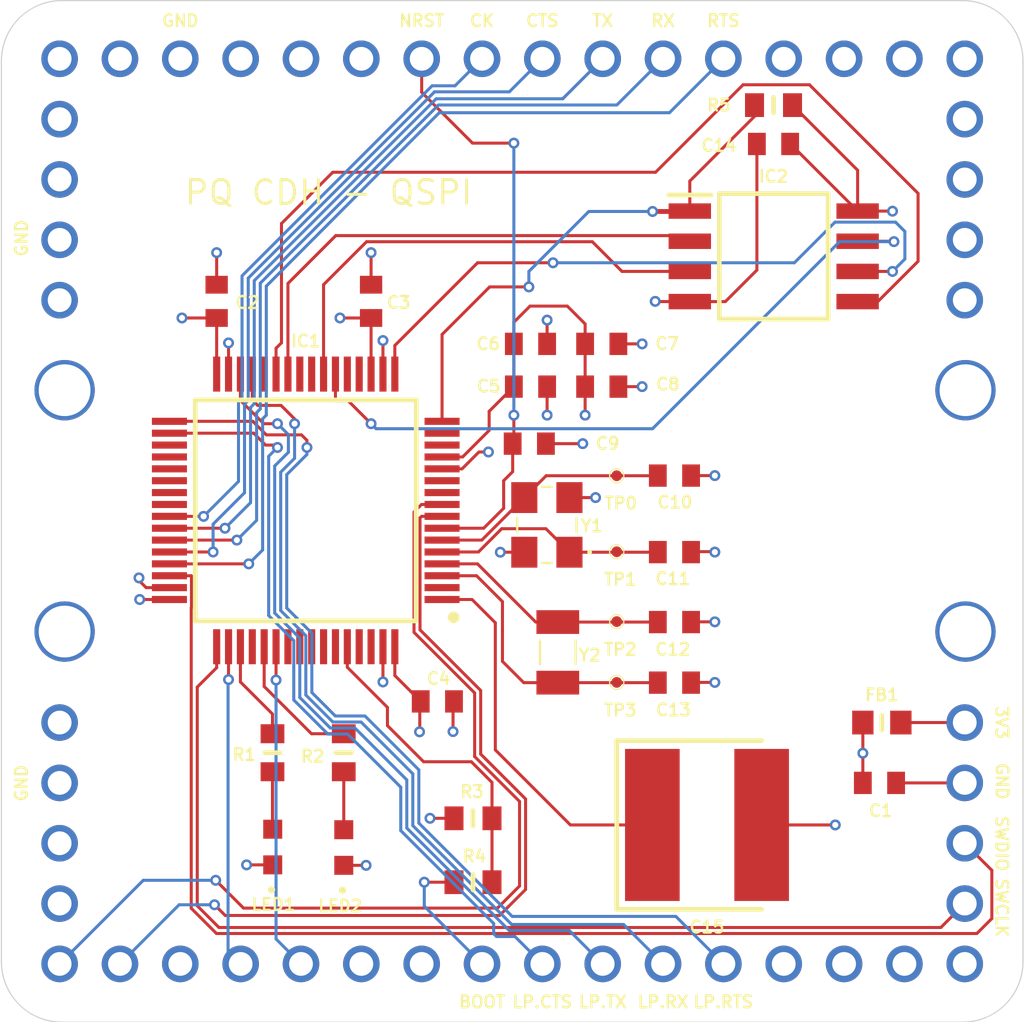
<source format=kicad_pcb>
(kicad_pcb (version 20211014) (generator pcbnew)
  (title_block (title "PQ CDH PCB Design") (rev "V0.2.0") (company "Carnegie Mellon University -- Alok Anand") (comment 1 "Pocketqube Command and Data Handling Board"))
  (layers (0 "F.Cu" signal) (1 "In1.Cu" power) (2 "In2.Cu" power) (31 "B.Cu" signal) (34 "B.Paste" user) (35 "F.Paste" user) (36 "B.SilkS" user "B.Silkscreen") (37 "F.SilkS" user "F.Silkscreen") (38 "B.Mask" user) (39 "F.Mask" user) (44 "Edge.Cuts" user))
  (net 0 "")
  (net 3 "GND")
  (net 5 "/SWCLK")
  (net 6 "/SWDIO")
  (net 7 "VDD")
  (net 10 "/USART1_RTS")
  (net 11 "/USART1_RX")
  (net 12 "/USART1_TX")
  (net 13 "/USART1_CTS")
  (net 14 "/USART1_CK")
  (net 15 "/NRST")
  (net 20 "/LPUART_RX")
  (net 21 "/LPUART_TX")
  (net 22 "/BOOT0")
  (net 25 "/QSPI_NSS")
  (net 27 "/IO1_WP")
  (net 28 "/QSPI_I03")
  (net 29 "/QSPI_I02")
  (net 30 "/VDD_FILT")
  (net 31 "/LED1")
  (net 32 "/LED2")
  (net 33 "Net-(IC1-Pad60)")
  (net 34 "/VBAT")
  (net 36 "/IO2_HR")
  (net 40 "/QSPI_I01")
  (net 42 "Net-(LED1-Pad2)")
  (net 44 "/SCL3")
  (net 46 "/SDA3")
  (net 47 "/LPUART_RTS")
  (net 48 "Net-(LED2-Pad2)")
  (net 49 "Net-(C13-Pad1)")
  (net 50 "Net-(C12-Pad1)")
  (net 51 "Net-(C11-Pad1)")
  (net 52 "Net-(C10-Pad1)")
  (net 53 "/QSPI_I00")
  (net 68 "/LPUART_CTS")
  (net 70 "/IO3")
  (net 71 "/IO4")
  (net 74 "/AIN16")
  (net 86 "/QSPI_CLK")
  (footprint "pq-cdh:TartanArtibeus_PinSocket_1x4" (layer "F.Cu") (at 174.05 120.7 180)
    (fp_text reference "J1" hide)
    (fp_text value "Conn_01x04")
  )
  (footprint "pq-cdh:RESC1608X55N" (layer "F.Cu") (at 166 90.9 180)
    (fp_text reference "" hide)
    (fp_text value "MCT06030C1002FP500" hide)
  )
  (footprint "pq-cdh:TartanArtibeus_PinSocket_1x16" (layer "F.Cu") (at 155 88.95)
    (fp_text reference "J5" hide)
    (fp_text value "Conn_01x16")
  )
  (footprint "pq-cdh:CAPC1608X90N" (layer "F.Cu") (at 142.56 99.16 90)
    (fp_text reference "C2" hide)
    (fp_text value "0603ZC104JAT2A" hide)
  )
  (footprint "pq-cdh:BEADC1608X95N" (layer "F.Cu") (at 170.56 116.89 180)
    (fp_text reference "FB1" hide)
    (fp_text value "MMZ1608S601ATD25" hide)
  )
  (footprint "pq-cdh:TartanArtibeus_2021_MountingHoles" (layer "F.Cu") (at 155.12 107.98 180)
    (fp_text reference "J6" hide)
    (fp_text value "Conn_01x04")
  )
  (footprint "pq-cdh:TestPoint_Pad_D1.0mm" (layer "F.Cu") (at 159.4 112.64)
    (fp_text reference "TP" hide)
    (fp_text value "TP2")
  )
  (footprint "pq-cdh:CAPC1608X90N" (layer "F.Cu") (at 161.83 106.495)
    (fp_text reference "C10" hide)
    (fp_text value "0603ZA220JAT2A" hide)
  )
  (footprint "pq-cdh:QFP50P1200X1200X160-64N" (layer "F.Cu") (at 146.31 107.96 180)
    (fp_text reference "IC1" hide)
    (fp_text value "STM32L496RGT3" hide)
  )
  (footprint "pq-cdh:CAPC1608X90N" (layer "F.Cu") (at 161.83 109.715)
    (fp_text reference "C11" hide)
    (fp_text value "0603ZA220JAT2A" hide)
  )
  (footprint "pq-cdh:TartanArtibeus_PinSocket_1x4" (layer "F.Cu") (at 135.95 120.7 180)
    (fp_text reference "J8" hide)
    (fp_text value "Conn_01x04")
  )
  (footprint "pq-cdh:RESC1608X55N" (layer "F.Cu") (at 147.91 118.16 -90)
    (fp_text reference "R2" hide)
    (fp_text value "MCT06030C1001FP500" hide)
  )
  (footprint "pq-cdh:CAPC1608X90N" (layer "F.Cu") (at 149.06 99.16 90)
    (fp_text reference "C3" hide)
    (fp_text value "0603ZC104JAT2A" hide)
  )
  (footprint "pq-cdh:ABS07AIG32768kHz71T" (layer "F.Cu") (at 156.92 113.935 90)
    (fp_text reference "Y2" hide)
    (fp_text value "ABS07AIG-32.768kHz-T" hide)
  )
  (footprint "pq-cdh:TestPoint_Pad_D1.0mm" (layer "F.Cu") (at 159.4 109.7)
    (fp_text reference "TP" hide)
    (fp_text value "TP1")
  )
  (footprint "pq-cdh:TartanArtibeus_PinSocket_1x4" (layer "F.Cu") (at 135.95 95.3 180)
    (fp_text reference "J4" hide)
    (fp_text value "Conn_01x04")
  )
  (footprint "pq-cdh:TestPoint_Pad_D1.0mm" (layer "F.Cu") (at 159.4 106.5)
    (fp_text reference "TP" hide)
    (fp_text value "TP0")
  )
  (footprint "pq-cdh:CAPC1608X90N" (layer "F.Cu") (at 161.83 112.66)
    (fp_text reference "C12" hide)
    (fp_text value "0603ZA220JAT2A" hide)
  )
  (footprint "pq-cdh:TartanArtibeus_PinSocket_1x16" (layer "F.Cu") (at 155 127.05)
    (fp_text reference "J2" hide)
    (fp_text value "Conn_01x16")
  )
  (footprint "pq-cdh:TestPoint_Pad_D1.0mm" (layer "F.Cu") (at 159.4 115.2)
    (fp_text reference "TP" hide)
    (fp_text value "TP3")
  )
  (footprint "pq-cdh:LGQ396PS35" (layer "F.Cu") (at 144.92 122.13 90)
    (fp_text reference "LED1" hide)
    (fp_text value "LG_Q396-PS-35" hide)
  )
  (footprint "pq-cdh:RESC1608X55N" (layer "F.Cu") (at 153.35 120.92 180)
    (fp_text reference "R3" hide)
    (fp_text value "MCT06030C1002FP500" hide)
  )
  (footprint "pq-cdh:CAPC1608X50N" (layer "F.Cu") (at 158.77 102.75)
    (fp_text reference "C8" hide)
    (fp_text value "GRM1857U1A103JA44D" hide)
  )
  (footprint "pq-cdh:CAPC1608X90N" (layer "F.Cu") (at 155.77 102.75)
    (fp_text reference "C5" hide)
    (fp_text value "0603ZC105JAT2A" hide)
  )
  (footprint "pq-cdh:SOIC127P790X216-8N" (layer "F.Cu") (at 166.0085 97.265)
    (fp_text reference "IC2" hide)
    (fp_text value "IS25LP128F-JBLA3" hide)
  )
  (footprint "pq-cdh:ABM8AIG25000MHZ122ZT3" (layer "F.Cu") (at 156.46 108.57 90)
    (fp_text reference "Y1" hide)
    (fp_text value "ABM8AIG-16.000MHZ-12-2Z-T" hide)
  )
  (footprint "pq-cdh:CAPC1608X90N" (layer "F.Cu") (at 158.77 100.95)
    (fp_text reference "C7" hide)
    (fp_text value "0603ZC104JAT2A" hide)
  )
  (footprint "pq-cdh:CAPC1608X90N" (layer "F.Cu") (at 170.46 119.43)
    (fp_text reference "C1" hide)
    (fp_text value "GRM188C71A475KE21D" hide)
  )
  (footprint "pq-cdh:CAPC1608X90N" (layer "F.Cu") (at 155.77 100.95)
    (fp_text reference "C6" hide)
    (fp_text value "0603ZC105JAT2A" hide)
  )
  (footprint "pq-cdh:TartanArtibeus_PinSocket_1x4" (layer "F.Cu") (at 174.05 95.3)
    (fp_text reference "J3" hide)
    (fp_text value "Conn_01x04")
  )
  (footprint "pq-cdh:RESC1608X55N" (layer "F.Cu") (at 144.91 118.16 -90)
    (fp_text reference "R1" hide)
    (fp_text value "MCT06030C1001FP500" hide)
  )
  (footprint "pq-cdh:RESC1608X55N" (layer "F.Cu") (at 153.35 123.61)
    (fp_text reference "R4" hide)
    (fp_text value "MCT06030C1001FP500" hide)
  )
  (footprint "pq-cdh:CAPC1608X90N" (layer "F.Cu") (at 161.83 115.21)
    (fp_text reference "C13" hide)
    (fp_text value "0603ZA220JAT2A" hide)
  )
  (footprint "pq-cdh:CAPC1608X90N" (layer "F.Cu") (at 151.85 116)
    (fp_text reference "C4" hide)
    (fp_text value "0603ZC104JAT2A" hide)
  )
  (footprint "pq-cdh:CAPC1608X90N" (layer "F.Cu") (at 155.72 105.15)
    (fp_text reference "C9" hide)
    (fp_text value "0603ZC104JAT2A" hide)
  )
  (footprint "pq-cdh:LGQ396PS35" (layer "F.Cu") (at 147.91 122.15 90)
    (fp_text reference "LED2" hide)
    (fp_text value "LG_Q396-PS-35" hide)
  )
  (footprint "pq-cdh:CAPC1608X90N" (layer "F.Cu") (at 166 92.535 180)
    (fp_text reference "" hide)
    (fp_text value "0603ZC104JAT2A" hide)
  )
  (footprint "pq-cdh:CAPPC5660X400N" (layer "F.Cu") (at 163.2 121.2)
    (fp_text reference "C15" hide)
    (fp_text value "597D158X9004R2T" hide)
  )
  (gr_circle (center 136 113.1) (end 136 113.1) (layer "B.Cu") (width 0.2) (fill none))
  (gr_circle (center 136 113.1) (end 136 113.1) (layer "B.Cu") (width 0.2) (fill none))
  (gr_line (start 136.04 129.5) (end 173.96 129.5) (layer "Edge.Cuts") (width 0.05))
  (gr_line (start 136.04 86.5) (end 173.96 86.5) (layer "Edge.Cuts") (width 0.05))
  (gr_arc (start 136.04 129.5) (mid 134.243949 128.756051) (end 133.5 126.96) (layer "Edge.Cuts") (width 0.05))
  (gr_arc (start 133.5 89.04) (mid 134.243949 87.243949) (end 136.04 86.5) (layer "Edge.Cuts") (width 0.05))
  (gr_arc (start 176.5 126.96) (mid 175.756051 128.756051) (end 173.96 129.5) (layer "Edge.Cuts") (width 0.05))
  (gr_arc (start 173.96 86.5) (mid 175.756051 87.243949) (end 176.5 89.04) (layer "Edge.Cuts") (width 0.05))
  (gr_line (start 176.5 89.04) (end 176.5 126.96) (layer "Edge.Cuts") (width 0.05))
  (gr_line (start 133.5 126.96) (end 133.5 89.04) (layer "Edge.Cuts") (width 0.05))
  (gr_text "BOOT" (at 153.73 128.65) (layer "F.SilkS") (effects (font (size 0.5 0.5) (thickness 0.1))))
  (gr_text "GND" (at 141.03 87.35) (layer "F.SilkS") (effects (font (size 0.5 0.5) (thickness 0.1))))
  (gr_text "LED1" (at 144.95 124.55) (layer "F.SilkS") (effects (font (size 0.5 0.5) (thickness 0.1))))
  (gr_text "3V3" (at 175.61 116.89 270) (layer "F.SilkS") (effects (font (size 0.5 0.5) (thickness 0.1))))
  (gr_text "C15" (at 163.2 125.5) (layer "F.SilkS") (effects (font (size 0.5 0.5) (thickness 0.1))))
  (gr_text "Y2" (at 158.26 114.055) (layer "F.SilkS") (effects (font (size 0.5 0.5) (thickness 0.1))))
  (gr_text "R5" (at 163.7 90.9) (layer "F.SilkS") (effects (font (size 0.5 0.5) (thickness 0.1))))
  (gr_text "LP.TX" (at 158.81 128.65) (layer "F.SilkS") (effects (font (size 0.5 0.5) (thickness 0.1))))
  (gr_text "GND" (at 134.34 119.44 90) (layer "F.SilkS") (effects (font (size 0.5 0.5) (thickness 0.1))))
  (gr_text "RTS" (at 163.89 87.35) (layer "F.SilkS") (effects (font (size 0.5 0.5) (thickness 0.1))))
  (gr_text "LP.RX" (at 161.35 128.65) (layer "F.SilkS") (effects (font (size 0.5 0.5) (thickness 0.1))))
  (gr_text "FB1" (at 170.56 115.73) (layer "F.SilkS") (effects (font (size 0.5 0.5) (thickness 0.1))))
  (gr_text "C1" (at 170.51 120.6) (layer "F.SilkS") (effects (font (size 0.5 0.5) (thickness 0.1))))
  (gr_text "C6" (at 153.99 100.95) (layer "F.SilkS") (effects (font (size 0.5 0.5) (thickness 0.1))))
  (gr_text "LP.CTS" (at 156.27 128.65) (layer "F.SilkS") (effects (font (size 0.5 0.5) (thickness 0.1))))
  (gr_text "R2" (at 146.6 118.31) (layer "F.SilkS") (effects (font (size 0.5 0.5) (thickness 0.1))))
  (gr_text "LP.RTS" (at 163.89 128.65) (layer "F.SilkS") (effects (font (size 0.5 0.5) (thickness 0.1))))
  (gr_text "R4\n" (at 153.41 122.52) (layer "F.SilkS") (effects (font (size 0.5 0.5) (thickness 0.1))))
  (gr_text "R1" (at 143.72 118.24) (layer "F.SilkS") (effects (font (size 0.5 0.5) (thickness 0.1))))
  (gr_text "C5" (at 154.01 102.73) (layer "F.SilkS") (effects (font (size 0.5 0.5) (thickness 0.1))))
  (gr_text "TP1" (at 159.55 110.86) (layer "F.SilkS") (effects (font (size 0.5 0.5) (thickness 0.1))))
  (gr_text "IC1" (at 146.31 100.83) (layer "F.SilkS") (effects (font (size 0.5 0.5) (thickness 0.1))))
  (gr_text "PQ CDH - QSPI\n" (at 147.27 94.58) (layer "F.SilkS") (effects (font (size 1 1))))
  (gr_text "CK" (at 153.73 87.35) (layer "F.SilkS") (effects (font (size 0.5 0.5) (thickness 0.1))))
  (gr_text "C3" (at 150.22 99.21) (layer "F.SilkS") (effects (font (size 0.5 0.5) (thickness 0.1))))
  (gr_text "NRST" (at 151.19 87.35) (layer "F.SilkS") (effects (font (size 0.5 0.5) (thickness 0.1))))
  (gr_text "IC2" (at 166 93.9) (layer "F.SilkS") (effects (font (size 0.5 0.5) (thickness 0.1))))
  (gr_text "C13" (at 161.79 116.36) (layer "F.SilkS") (effects (font (size 0.5 0.5) (thickness 0.1))))
  (gr_text "TP2" (at 159.55 113.81) (layer "F.SilkS") (effects (font (size 0.5 0.5) (thickness 0.1))))
  (gr_text "C11" (at 161.76 110.835) (layer "F.SilkS") (effects (font (size 0.5 0.5) (thickness 0.1))))
  (gr_text "TP3" (at 159.55 116.37) (layer "F.SilkS") (effects (font (size 0.5 0.5) (thickness 0.1))))
  (gr_text "CTS" (at 156.27 87.35) (layer "F.SilkS") (effects (font (size 0.5 0.5) (thickness 0.1))))
  (gr_text "TX" (at 158.81 87.35) (layer "F.SilkS") (effects (font (size 0.5 0.5) (thickness 0.1))))
  (gr_text "SWDIO" (at 175.61 121.98 270) (layer "F.SilkS") (effects (font (size 0.5 0.5) (thickness 0.1))))
  (gr_text "SWCLK" (at 175.61 124.69 270) (layer "F.SilkS") (effects (font (size 0.5 0.5) (thickness 0.1))))
  (gr_text "C7" (at 161.52 100.94) (layer "F.SilkS") (effects (font (size 0.5 0.5) (thickness 0.1))))
  (gr_text "GND" (at 175.62 119.36 270) (layer "F.SilkS") (effects (font (size 0.5 0.5) (thickness 0.1))))
  (gr_text "GND" (at 134.35 96.5 90) (layer "F.SilkS") (effects (font (size 0.5 0.5) (thickness 0.1))))
  (gr_text "C8" (at 161.55 102.65) (layer "F.SilkS") (effects (font (size 0.5 0.5) (thickness 0.1))))
  (gr_text "R3" (at 153.31 119.8) (layer "F.SilkS") (effects (font (size 0.5 0.5) (thickness 0.1))))
  (gr_text "C2" (at 143.85 99.21) (layer "F.SilkS") (effects (font (size 0.5 0.5) (thickness 0.1))))
  (gr_text "TP0" (at 159.57 107.66) (layer "F.SilkS") (effects (font (size 0.5 0.5) (thickness 0.1))))
  (gr_text "C10" (at 161.85 107.615) (layer "F.SilkS") (effects (font (size 0.5 0.5) (thickness 0.1))))
  (gr_text "LED2" (at 147.76 124.61) (layer "F.SilkS") (effects (font (size 0.5 0.5) (thickness 0.1))))
  (gr_text "C14" (at 163.7 92.6) (layer "F.SilkS") (effects (font (size 0.5 0.5) (thickness 0.1))))
  (gr_text "C4" (at 151.9 115.04) (layer "F.SilkS") (effects (font (size 0.5 0.5) (thickness 0.1))))
  (gr_text "Y1" (at 158.35 108.61) (layer "F.SilkS") (effects (font (size 0.5 0.5) (thickness 0.1))))
  (gr_text "C12" (at 161.76 113.805) (layer "F.SilkS") (effects (font (size 0.5 0.5) (thickness 0.1))))
  (gr_text "RX" (at 161.35 87.35) (layer "F.SilkS") (effects (font (size 0.5 0.5) (thickness 0.1))))
  (gr_text "C9" (at 159.02 105.14) (layer "F.SilkS") (effects (font (size 0.5 0.5) (thickness 0.1))))
  (segment (start 139.29 110.91) (end 139.59 111.21) (width 0.127) (layer "F.Cu") (net 3))
  (segment (start 139.59 111.21) (end 140.572 111.21) (width 0.127) (layer "F.Cu") (net 3))
  (segment (start 152.89 106.21) (end 152.048 106.21) (width 0.127) (layer "F.Cu") (net 3))
  (segment (start 149.56 113.698) (end 149.56 115.18) (width 0.127) (layer "F.Cu") (net 3))
  (segment (start 161.0135 99.17) (end 162.4765 99.17) (width 0.127) (layer "F.Cu") (net 3))
  (segment (start 143.82 122.88) (end 144.92 122.88) (width 0.127) (layer "F.Cu") (net 3))
  (segment (start 163.48 109.695) (end 163.53 109.745) (width 0.127) (layer "F.Cu") (net 3))
  (segment (start 165.3 97.844) (end 165.3 92.535) (width 0.127) (layer "F.Cu") (net 3))
  (segment (start 162.53 112.65) (end 163.53 112.65) (width 0.127) (layer "F.Cu") (net 3))
  (segment (start 155.51 109.72) (end 154.5 109.72) (width 0.127) (layer "F.Cu") (net 3))
  (segment (start 152.55 120.92) (end 151.54 120.92) (width 0.127) (layer "F.Cu") (net 3))
  (segment (start 143.06 100.91) (end 143.06 102.222) (width 0.127) (layer "F.Cu") (net 3))
  (segment (start 162.53 109.695) (end 163.48 109.695) (width 0.127) (layer "F.Cu") (net 3))
  (segment (start 165.5 121.2) (end 168.6 121.2) (width 0.127) (layer "F.Cu") (net 3))
  (segment (start 162.53 106.495) (end 163.53 106.495) (width 0.127) (layer "F.Cu") (net 3))
  (segment (start 147.83 122.9) (end 148.85 122.9) (width 0.127) (layer "F.Cu") (net 3))
  (segment (start 162.4765 99.17) (end 163.974 99.17) (width 0.127) (layer "F.Cu") (net 3))
  (segment (start 156.47 100.95) (end 156.47 99.95) (width 0.127) (layer "F.Cu") (net 3))
  (segment (start 156.42 105.15) (end 157.97 105.15) (width 0.127) (layer "F.Cu") (net 3))
  (segment (start 162.53 115.2) (end 163.53 115.2) (width 0.127) (layer "F.Cu") (net 3))
  (segment (start 163.974 99.17) (end 165.3 97.844) (width 0.127) (layer "F.Cu") (net 3))
  (segment (start 142.56 97.11) (end 142.56 98.46) (width 0.127) (layer "F.Cu") (net 3))
  (segment (start 157.41 107.42) (end 158.51 107.42) (width 0.127) (layer "F.Cu") (net 3))
  (segment (start 149.56 100.81) (end 149.56 102.222) (width 0.127) (layer "F.Cu") (net 3))
  (segment (start 154 105.5) (end 153.6 105.5) (width 0.127) (layer "F.Cu") (net 3))
  (segment (start 152.55 116) (end 152.51 116.04) (width 0.127) (layer "F.Cu") (net 3))
  (segment (start 160.47 102.75) (end 159.47 102.75) (width 0.127) (layer "F.Cu") (net 3))
  (segment (start 156.47 102.75) (end 156.47 103.95) (width 0.127) (layer "F.Cu") (net 3))
  (segment (start 152.51 116.04) (end 152.51 117.27) (width 0.127) (layer "F.Cu") (net 3))
  (segment (start 153.6 105.5) (end 152.89 106.21) (width 0.127) (layer "F.Cu") (net 3))
  (segment (start 159.47 100.95) (end 160.47 100.95) (width 0.127) (layer "F.Cu") (net 3))
  (segment (start 149.06 98.46) (end 149.06 97.11) (width 0.127) (layer "F.Cu") (net 3))
  (segment (start 174.05 119.43) (end 171.16 119.43) (width 0.127) (layer "F.Cu") (net 3))
  (via (at 161.02 99.16) (size 0.4572) (drill 0.254) (layers "F.Cu" "B.Cu") (net 3))
  (via (at 160.47 102.75) (size 0.4572) (drill 0.254) (layers "F.Cu" "B.Cu") (net 3))
  (via (at 149.56 100.81) (size 0.4572) (drill 0.254) (layers "F.Cu" "B.Cu") (net 3))
  (via (at 154 105.5) (size 0.4572) (drill 0.254) (layers "F.Cu" "B.Cu") (net 3))
  (via (at 149.06 97.11) (size 0.4572) (drill 0.254) (layers "F.Cu" "B.Cu") (net 3))
  (via (at 139.29 110.8) (size 0.4572) (drill 0.254) (layers "F.Cu" "B.Cu") (net 3))
  (via (at 156.47 103.95) (size 0.4572) (drill 0.254) (layers "F.Cu" "B.Cu") (net 3))
  (via (at 163.53 115.2) (size 0.4572) (drill 0.254) (layers "F.Cu" "B.Cu") (net 3))
  (via (at 154.5 109.72) (size 0.4572) (drill 0.254) (layers "F.Cu" "B.Cu") (net 3))
  (via (at 168.6 121.2) (size 0.4572) (drill 0.254) (layers "F.Cu" "B.Cu") (net 3))
  (via (at 158.51 107.42) (size 0.4572) (drill 0.254) (layers "F.Cu" "B.Cu") (net 3))
  (via (at 163.53 106.495) (size 0.4572) (drill 0.254) (layers "F.Cu" "B.Cu") (net 3))
  (via (at 143.06 100.91) (size 0.4572) (drill 0.254) (layers "F.Cu" "B.Cu") (net 3))
  (via (at 149.56 115.18) (size 0.4572) (drill 0.254) (layers "F.Cu" "B.Cu") (net 3))
  (via (at 163.53 109.715) (size 0.4572) (drill 0.254) (layers "F.Cu" "B.Cu") (net 3))
  (via (at 157.97 105.15) (size 0.4572) (drill 0.254) (layers "F.Cu" "B.Cu") (net 3))
  (via (at 148.85 122.9) (size 0.4572) (drill 0.254) (layers "F.Cu" "B.Cu") (net 3))
  (via (at 160.47 100.95) (size 0.4572) (drill 0.254) (layers "F.Cu" "B.Cu") (net 3))
  (via (at 151.54 120.92) (size 0.4572) (drill 0.254) (layers "F.Cu" "B.Cu") (net 3))
  (via (at 152.51 117.27) (size 0.4572) (drill 0.254) (layers "F.Cu" "B.Cu") (net 3))
  (via (at 143.82 122.88) (size 0.4572) (drill 0.254) (layers "F.Cu" "B.Cu") (net 3))
  (via (at 156.47 99.95) (size 0.4572) (drill 0.254) (layers "F.Cu" "B.Cu") (net 3))
  (via (at 163.53 112.65) (size 0.4572) (drill 0.254) (layers "F.Cu" "B.Cu") (net 3))
  (via (at 142.56 97.11) (size 0.4572) (drill 0.254) (layers "F.Cu" "B.Cu") (net 3))
  (segment (start 141.74352 124.60352) (end 142.65648 125.51648) (width 0.127) (layer "F.Cu") (net 5))
  (segment (start 173.04352 125.51648) (end 174.05 124.51) (width 0.127) (layer "F.Cu") (net 5))
  (segment (start 141.74352 115.39648) (end 141.74352 124.60352) (width 0.127) (layer "F.Cu") (net 5))
  (segment (start 142.56 114.58) (end 141.74352 115.39648) (width 0.127) (layer "F.Cu") (net 5))
  (segment (start 142.56 113.698) (end 142.56 114.58) (width 0.127) (layer "F.Cu") (net 5))
  (segment (start 142.65648 125.51648) (end 173.04352 125.51648) (width 0.127) (layer "F.Cu") (net 5))
  (segment (start 142.551468 125.77) (end 141.49 124.708531) (width 0.127) (layer "F.Cu") (net 6))
  (segment (start 141.49 124.708531) (end 141.49 112.059522) (width 0.127) (layer "F.Cu") (net 6))
  (segment (start 175.19 125.14) (end 174.56 125.77) (width 0.127) (layer "F.Cu") (net 6))
  (segment (start 141.49 110.71) (end 140.572 110.71) (width 0.127) (layer "F.Cu") (net 6))
  (segment (start 141.499511 110.719511) (end 141.49 110.71) (width 0.127) (layer "F.Cu") (net 6))
  (segment (start 174.56 125.77) (end 142.551468 125.77) (width 0.127) (layer "F.Cu") (net 6))
  (segment (start 175.19 123.11) (end 175.19 125.14) (width 0.127) (layer "F.Cu") (net 6))
  (segment (start 174.05 121.97) (end 175.19 123.11) (width 0.127) (layer "F.Cu") (net 6))
  (segment (start 141.499511 112.050011) (end 141.499511 110.719511) (width 0.127) (layer "F.Cu") (net 6))
  (segment (start 141.49 112.059522) (end 141.499511 112.050011) (width 0.127) (layer "F.Cu") (net 6))
  (segment (start 174.05 116.89) (end 171.36 116.89) (width 0.127) (layer "F.Cu") (net 7))
  (segment (start 140.572 110.21) (end 143.91 110.21) (width 0.127) (layer "F.Cu") (net 10))
  (via (at 143.91 110.21) (size 0.4572) (drill 0.254) (layers "F.Cu" "B.Cu") (net 10))
  (segment (start 163.89 88.95) (end 161.62056 91.21944) (width 0.127) (layer "B.Cu") (net 10))
  (segment (start 144.649772 103.950228) (end 144.495141 104.104859) (width 0.127) (layer "B.Cu") (net 10))
  (segment (start 151.080297 92.070297) (end 144.649772 98.519772) (width 0.127) (layer "B.Cu") (net 10))
  (segment (start 151.931154 91.21944) (end 161.62056 91.21944) (width 0.127) (layer "B.Cu") (net 10))
  (segment (start 144.495141 109.624859) (end 143.91 110.21) (width 0.127) (layer "B.Cu") (net 10))
  (segment (start 144.649772 98.519772) (end 144.649772 103.950228) (width 0.127) (layer "B.Cu") (net 10))
  (segment (start 151.080297 92.070297) (end 151.931154 91.21944) (width 0.127) (layer "B.Cu") (net 10))
  (segment (start 144.495141 104.104859) (end 144.495141 109.624859) (width 0.127) (layer "B.Cu") (net 10))
  (segment (start 140.572 109.21) (end 143.41 109.21) (width 0.127) (layer "F.Cu") (net 11))
  (via (at 143.41 109.21) (size 0.4572) (drill 0.254) (layers "F.Cu" "B.Cu") (net 11))
  (segment (start 151.895506 90.895) (end 159.405 90.895) (width 0.127) (layer "B.Cu") (net 11))
  (segment (start 144.396199 98.394307) (end 151.895506 90.895) (width 0.127) (layer "B.Cu") (net 11))
  (segment (start 143.41 109.21) (end 144.241621 108.378379) (width 0.127) (layer "B.Cu") (net 11))
  (segment (start 144.241621 108.378379) (end 144.241621 103.844631) (width 0.127) (layer "B.Cu") (net 11))
  (segment (start 161.35 88.95) (end 159.405 90.895) (width 0.127) (layer "B.Cu") (net 11))
  (segment (start 144.241621 103.844631) (end 144.396199 103.690053) (width 0.127) (layer "B.Cu") (net 11))
  (segment (start 144.396199 103.690053) (end 144.396199 98.394307) (width 0.127) (layer "B.Cu") (net 11))
  (segment (start 140.572 108.71) (end 142.91 108.71) (width 0.127) (layer "F.Cu") (net 12))
  (via (at 142.91 108.71) (size 0.4572) (drill 0.254) (layers "F.Cu" "B.Cu") (net 12))
  (segment (start 143.987121 104.817121) (end 143.987121 107.632879) (width 0.127) (layer "B.Cu") (net 12))
  (segment (start 143.986631 103.626048) (end 143.986631 104.816631) (width 0.127) (layer "B.Cu") (net 12))
  (segment (start 158.81 88.95) (end 157.126543 90.633457) (width 0.127) (layer "B.Cu") (net 12))
  (segment (start 143.986631 104.816631) (end 143.987121 104.817121) (width 0.127) (layer "B.Cu") (net 12))
  (segment (start 144.142679 103.47) (end 143.986631 103.626048) (width 0.127) (layer "B.Cu") (net 12))
  (segment (start 143.987121 107.632879) (end 142.91 108.71) (width 0.127) (layer "B.Cu") (net 12))
  (segment (start 144.142679 98.288603) (end 151.797825 90.633457) (width 0.127) (layer "B.Cu") (net 12))
  (segment (start 157.126543 90.633457) (end 151.797825 90.633457) (width 0.127) (layer "B.Cu") (net 12))
  (segment (start 144.142679 98.288603) (end 144.142679 103.47) (width 0.127) (layer "B.Cu") (net 12))
  (segment (start 140.572 109.71) (end 142.41 109.71) (width 0.127) (layer "F.Cu") (net 13))
  (via (at 142.41 109.71) (size 0.4572) (drill 0.254) (layers "F.Cu" "B.Cu") (net 13))
  (segment (start 143.733111 107.216889) (end 143.733111 103.476889) (width 0.127) (layer "B.Cu") (net 13))
  (segment (start 143.733111 103.476889) (end 143.74227 103.476889) (width 0.127) (layer "B.Cu") (net 13))
  (segment (start 142.41 109.71) (end 142.41 108.54) (width 0.127) (layer "B.Cu") (net 13))
  (segment (start 143.889159 98.182899) (end 151.732121 90.339937) (width 0.127) (layer "B.Cu") (net 13))
  (segment (start 151.732121 90.339937) (end 154.880063 90.339937) (width 0.127) (layer "B.Cu") (net 13))
  (segment (start 143.74227 103.476889) (end 143.889159 103.33) (width 0.127) (layer "B.Cu") (net 13))
  (segment (start 142.41 108.54) (end 143.733111 107.216889) (width 0.127) (layer "B.Cu") (net 13))
  (segment (start 143.889159 103.33) (end 143.889159 98.182899) (width 0.127) (layer "B.Cu") (net 13))
  (segment (start 154.880063 90.339937) (end 156.27 88.95) (width 0.127) (layer "B.Cu") (net 13))
  (segment (start 140.572 108.21) (end 142.01 108.21) (width 0.127) (layer "F.Cu") (net 14))
  (via (at 142.01 108.21) (size 0.4572) (drill 0.254) (layers "F.Cu" "B.Cu") (net 14))
  (segment (start 152.593583 90.086417) (end 153.73 88.95) (width 0.127) (layer "B.Cu") (net 14))
  (segment (start 151.626417 90.086417) (end 152.593583 90.086417) (width 0.127) (layer "B.Cu") (net 14))
  (segment (start 143.479101 106.740899) (end 142.01 108.21) (width 0.127) (layer "B.Cu") (net 14))
  (segment (start 143.6281 103.223369) (end 143.479101 103.372368) (width 0.127) (layer "B.Cu") (net 14))
  (segment (start 143.6281 98.084734) (end 143.6281 103.223369) (width 0.127) (layer "B.Cu") (net 14))
  (segment (start 143.479101 103.372368) (end 143.479101 106.740899) (width 0.127) (layer "B.Cu") (net 14))
  (segment (start 151.626417 90.086417) (end 143.666417 98.046417) (width 0.127) (layer "B.Cu") (net 14))
  (segment (start 155.07 105.1) (end 155.02 105.15) (width 0.127) (layer "F.Cu") (net 15))
  (segment (start 153.33 92.5) (end 155.07 92.5) (width 0.127) (layer "F.Cu") (net 15))
  (segment (start 151.19 90.36) (end 153.33 92.5) (width 0.127) (layer "F.Cu") (net 15))
  (segment (start 155.02 105.15) (end 155.02 106.329978) (width 0.127) (layer "F.Cu") (net 15))
  (segment (start 155.02 106.329978) (end 154.64 106.709978) (width 0.127) (layer "F.Cu") (net 15))
  (segment (start 153.8 108.71) (end 152.048 108.71) (width 0.127) (layer "F.Cu") (net 15))
  (segment (start 151.19 88.95) (end 151.19 90.36) (width 0.127) (layer "F.Cu") (net 15))
  (segment (start 154.64 106.709978) (end 154.64 107.87) (width 0.127) (layer "F.Cu") (net 15))
  (segment (start 155.07 103.95) (end 155.07 105.1) (width 0.127) (layer "F.Cu") (net 15))
  (segment (start 154.64 107.87) (end 153.8 108.71) (width 0.127) (layer "F.Cu") (net 15))
  (via (at 155.07 92.5) (size 0.4572) (drill 0.254) (layers "F.Cu" "B.Cu") (net 15))
  (via (at 155.07 103.95) (size 0.4572) (drill 0.254) (layers "F.Cu" "B.Cu") (net 15))
  (segment (start 155.07 92.5) (end 155.07 103.95) (width 0.127) (layer "B.Cu") (net 15))
  (segment (start 145.27 103.54) (end 145.84 104.11) (width 0.127) (layer "F.Cu") (net 20))
  (segment (start 144.06 103.31) (end 144.29 103.54) (width 0.127) (layer "F.Cu") (net 20))
  (segment (start 144.06 102.222) (end 144.06 103.31) (width 0.127) (layer "F.Cu") (net 20))
  (segment (start 145.84 104.11) (end 145.84 104.31) (width 0.127) (layer "F.Cu") (net 20))
  (segment (start 144.29 103.54) (end 145.27 103.54) (width 0.127) (layer "F.Cu") (net 20))
  (via (at 145.84 104.31) (size 0.4572) (drill 0.254) (layers "F.Cu" "B.Cu") (net 20))
  (segment (start 150.81648 119.04648) (end 148.63704 116.86704) (width 0.127) (layer "B.Cu") (net 20))
  (segment (start 145.255701 112.174232) (end 145.255701 106.35) (width 0.127) (layer "B.Cu") (net 20))
  (segment (start 146.31296 115.730023) (end 146.31296 113.231491) (width 0.127) (layer "B.Cu") (net 20))
  (segment (start 145.84 105.765701) (end 145.84 104.31) (width 0.127) (layer "B.Cu") (net 20))
  (segment (start 145.255701 106.35) (end 145.84 105.765701) (width 0.127) (layer "B.Cu") (net 20))
  (segment (start 148.63704 116.86704) (end 147.449976 116.86704) (width 0.127) (layer "B.Cu") (net 20))
  (segment (start 147.449976 116.86704) (end 146.31296 115.730023) (width 0.127) (layer "B.Cu") (net 20))
  (segment (start 146.31296 113.231491) (end 145.255701 112.174232) (width 0.127) (layer "B.Cu") (net 20))
  (segment (start 150.81648 121.226479) (end 150.81648 119.04648) (width 0.127) (layer "B.Cu") (net 20))
  (segment (start 161.35 127.05) (end 159.69 125.39) (width 0.127) (layer "B.Cu") (net 20))
  (segment (start 154.980001 125.39) (end 150.81648 121.226479) (width 0.127) (layer "B.Cu") (net 20))
  (segment (start 159.69 125.39) (end 154.980001 125.39) (width 0.127) (layer "B.Cu") (net 20))
  (segment (start 143.56 103.33) (end 144.54 104.31) (width 0.127) (layer "F.Cu") (net 21))
  (segment (start 144.54 104.31) (end 145.12 104.31) (width 0.127) (layer "F.Cu") (net 21))
  (segment (start 143.56 102.222) (end 143.56 103.33) (width 0.127) (layer "F.Cu") (net 21))
  (via (at 145.12 104.31) (size 0.4572) (drill 0.254) (layers "F.Cu" "B.Cu") (net 21))
  (segment (start 157.40352 125.64352) (end 154.874989 125.64352) (width 0.127) (layer "B.Cu") (net 21))
  (segment (start 146.05944 115.835034) (end 146.05944 113.336503) (width 0.127) (layer "B.Cu") (net 21))
  (segment (start 150.56296 121.331491) (end 150.56296 119.30296) (width 0.127) (layer "B.Cu") (net 21))
  (segment (start 145.58 105.512181) (end 145.58 104.77) (width 0.127) (layer "B.Cu") (net 21))
  (segment (start 148.38056 117.12056) (end 147.344964 117.12056) (width 0.127) (layer "B.Cu") (net 21))
  (segment (start 145.58 104.77) (end 145.12 104.31) (width 0.127) (layer "B.Cu") (net 21))
  (segment (start 154.874989 125.64352) (end 150.56296 121.331491) (width 0.127) (layer "B.Cu") (net 21))
  (segment (start 150.56296 119.30296) (end 148.38056 117.12056) (width 0.127) (layer "B.Cu") (net 21))
  (segment (start 145.002181 112.279243) (end 145.002181 106.09) (width 0.127) (layer "B.Cu") (net 21))
  (segment (start 146.05944 113.336503) (end 145.002181 112.279243) (width 0.127) (layer "B.Cu") (net 21))
  (segment (start 145.002181 106.09) (end 145.58 105.512181) (width 0.127) (layer "B.Cu") (net 21))
  (segment (start 147.344964 117.12056) (end 146.05944 115.835034) (width 0.127) (layer "B.Cu") (net 21))
  (segment (start 158.81 127.05) (end 157.40352 125.64352) (width 0.127) (layer "B.Cu") (net 21))
  (segment (start 152.55 123.61) (end 151.3 123.61) (width 0.127) (layer "F.Cu") (net 22))
  (via (at 151.3 123.61) (size 0.4572) (drill 0.254) (layers "F.Cu" "B.Cu") (net 22))
  (segment (start 151.3 123.61) (end 151.3 124.62) (width 0.127) (layer "B.Cu") (net 22))
  (segment (start 151.3 124.62) (end 153.73 127.05) (width 0.127) (layer "B.Cu") (net 22))
  (segment (start 154.051 98.552) (end 152.048 100.555) (width 0.127) (layer "F.Cu") (net 25))
  (segment (start 162.4595 95.377) (end 162.4765 95.36) (width 0.2032) (layer "F.Cu") (net 25))
  (segment (start 152.048 100.555) (end 152.048 104.21) (width 0.127) (layer "F.Cu") (net 25))
  (segment (start 155.702 98.552) (end 154.051 98.552) (width 0.127) (layer "F.Cu") (net 25))
  (segment (start 162.4765 94.097) (end 162.4765 95.36) (width 0.127) (layer "F.Cu") (net 25))
  (segment (start 165.2 91.3735) (end 162.4765 94.097) (width 0.127) (layer "F.Cu") (net 25))
  (segment (start 165.2 90.9) (end 165.2 91.3735) (width 0.127) (layer "F.Cu") (net 25))
  (segment (start 160.909 95.377) (end 162.4595 95.377) (width 0.2032) (layer "F.Cu") (net 25))
  (via (at 155.702 98.552) (size 0.4572) (drill 0.254) (layers "F.Cu" "B.Cu") (net 25))
  (via (at 160.909 95.377) (size 0.4572) (drill 0.254) (layers "F.Cu" "B.Cu") (net 25))
  (segment (start 155.702 97.900754) (end 158.225754 95.377) (width 0.127) (layer "B.Cu") (net 25))
  (segment (start 158.225754 95.377) (end 160.909 95.377) (width 0.127) (layer "B.Cu") (net 25))
  (segment (start 155.702 98.552) (end 155.702 97.900754) (width 0.127) (layer "B.Cu") (net 25))
  (segment (start 169.5405 96.63) (end 171.052 96.63) (width 0.127) (layer "F.Cu") (net 28))
  (segment (start 149.06 104.31) (end 148.09 103.34) (width 0.127) (layer "F.Cu") (net 28))
  (segment (start 147.56 102.222) (end 147.56 103.34) (width 0.127) (layer "F.Cu") (net 28))
  (segment (start 171.052 96.63) (end 171.069 96.647) (width 0.127) (layer "F.Cu") (net 28))
  (segment (start 148.09 103.34) (end 147.56 103.34) (width 0.127) (layer "F.Cu") (net 28))
  (via (at 171.069 96.647) (size 0.4572) (drill 0.254) (layers "F.Cu" "B.Cu") (net 28))
  (via (at 149.06 104.31) (size 0.4572) (drill 0.254) (layers "F.Cu" "B.Cu") (net 28))
  (segment (start 160.909 104.521) (end 168.783 96.647) (width 0.127) (layer "B.Cu") (net 28))
  (segment (start 149.06 104.31) (end 149.271 104.521) (width 0.127) (layer "B.Cu") (net 28))
  (segment (start 149.271 104.521) (end 160.909 104.521) (width 0.127) (layer "B.Cu") (net 28))
  (segment (start 168.783 96.647) (end 171.069 96.647) (width 0.127) (layer "B.Cu") (net 28))
  (segment (start 158.3715 96.6495) (end 159.622 97.9) (width 0.127) (layer "F.Cu") (net 29))
  (segment (start 147.06 98.458754) (end 148.869254 96.6495) (width 0.127) (layer "F.Cu") (net 29))
  (segment (start 159.622 97.9) (end 162.4765 97.9) (width 0.127) (layer "F.Cu") (net 29))
  (segment (start 147.06 102.222) (end 147.06 98.458754) (width 0.127) (layer "F.Cu") (net 29))
  (segment (start 148.869254 96.6495) (end 158.3715 96.6495) (width 0.127) (layer "F.Cu") (net 29))
  (segment (start 151.11 116.04) (end 151.11 117.27) (width 0.127) (layer "F.Cu") (net 30))
  (segment (start 150.06 114.91) (end 151.15 116) (width 0.127) (layer "F.Cu") (net 30))
  (segment (start 155.07 100.04) (end 155.75 99.36) (width 0.127) (layer "F.Cu") (net 30))
  (segment (start 155.07 100.95) (end 155.07 100.04) (width 0.127) (layer "F.Cu") (net 30))
  (segment (start 147.75 99.86) (end 149.06 99.86) (width 0.127) (layer "F.Cu") (net 30))
  (segment (start 155.07 100.95) (end 155.07 102.75) (width 0.127) (layer "F.Cu") (net 30))
  (segment (start 154.03 104.5925) (end 154.03 103.79) (width 0.127) (layer "F.Cu") (net 30))
  (segment (start 171.0035 95.36) (end 171.0085 95.365) (width 0.127) (layer "F.Cu") (net 30))
  (segment (start 151.15 116) (end 151.11 116.04) (width 0.127) (layer "F.Cu") (net 30))
  (segment (start 150.06 113.698) (end 150.06 114.91) (width 0.127) (layer "F.Cu") (net 30))
  (segment (start 158.07 100.95) (end 158.07 102.75) (width 0.127) (layer "F.Cu") (net 30))
  (segment (start 169.5405 95.36) (end 171.0035 95.36) (width 0.127) (layer "F.Cu") (net 30))
  (segment (start 169.5405 93.6405) (end 169.5405 95.36) (width 0.127) (layer "F.Cu") (net 30))
  (segment (start 169.76 118.18) (end 169.76 119.43) (width 0.127) (layer "F.Cu") (net 30))
  (segment (start 139.32 111.71) (end 140.572 111.71) (width 0.127) (layer "F.Cu") (net 30))
  (segment (start 166.7 92.535) (end 166.7155 92.535) (width 0.127) (layer "F.Cu") (net 30))
  (segment (start 141.1 99.86) (end 142.56 99.86) (width 0.127) (layer "F.Cu") (net 30))
  (segment (start 157.32 99.36) (end 158.07 100.11) (width 0.127) (layer "F.Cu") (net 30))
  (segment (start 154.03 103.79) (end 155.07 102.75) (width 0.127) (layer "F.Cu") (net 30))
  (segment (start 158.07 102.75) (end 158.07 103.95) (width 0.127) (layer "F.Cu") (net 30))
  (segment (start 155.75 99.36) (end 157.32 99.36) (width 0.127) (layer "F.Cu") (net 30))
  (segment (start 152.9125 105.71) (end 154.03 104.5925) (width 0.127) (layer "F.Cu") (net 30))
  (segment (start 166.8 90.9) (end 169.5405 93.6405) (width 0.127) (layer "F.Cu") (net 30))
  (segment (start 152.048 105.71) (end 152.9125 105.71) (width 0.127) (layer "F.Cu") (net 30))
  (segment (start 169.76 116.89) (end 169.76 118.18) (width 0.127) (layer "F.Cu") (net 30))
  (segment (start 142.56 102.222) (end 142.56 99.86) (width 0.127) (layer "F.Cu") (net 30))
  (segment (start 158.07 100.11) (end 158.07 100.95) (width 0.127) (layer "F.Cu") (net 30))
  (segment (start 149.06 102.222) (end 149.06 99.86) (width 0.127) (layer "F.Cu") (net 30))
  (segment (start 166.7155 92.535) (end 169.5405 95.36) (width 0.127) (layer "F.Cu") (net 30))
  (via (at 147.75 99.86) (size 0.4572) (drill 0.254) (layers "F.Cu" "B.Cu") (net 30))
  (via (at 171.0085 95.365) (size 0.4572) (drill 0.254) (layers "F.Cu" "B.Cu") (net 30))
  (via (at 151.1 117.28) (size 0.4572) (drill 0.254) (layers "F.Cu" "B.Cu") (net 30))
  (via (at 169.76 118.18) (size 0.4572) (drill 0.254) (layers "F.Cu" "B.Cu") (net 30))
  (via (at 141.1 99.86) (size 0.4572) (drill 0.254) (layers "F.Cu" "B.Cu") (net 30))
  (via (at 139.32 111.71) (size 0.4572) (drill 0.254) (layers "F.Cu" "B.Cu") (net 30))
  (via (at 158.07 103.95) (size 0.4572) (drill 0.254) (layers "F.Cu" "B.Cu") (net 30))
  (segment (start 143.56 115.18) (end 143.56 113.698) (width 0.127) (layer "F.Cu") (net 31))
  (segment (start 144.91 117.36) (end 144.91 116.53) (width 0.127) (layer "F.Cu") (net 31))
  (segment (start 144.91 116.53) (end 143.56 115.18) (width 0.127) (layer "F.Cu") (net 31))
  (segment (start 146.55 117.36) (end 147.91 117.36) (width 0.127) (layer "F.Cu") (net 32))
  (segment (start 144.56 115.37) (end 146.55 117.36) (width 0.127) (layer "F.Cu") (net 32))
  (segment (start 144.56 113.698) (end 144.56 115.37) (width 0.127) (layer "F.Cu") (net 32))
  (segment (start 149.74875 117.01875) (end 149.74875 116.25125) (width 0.127) (layer "F.Cu") (net 33))
  (segment (start 154.15 119.41) (end 153.28 118.54) (width 0.127) (layer "F.Cu") (net 33))
  (segment (start 149.74875 116.25125) (end 148.06 114.5625) (width 0.127) (layer "F.Cu") (net 33))
  (segment (start 148.06 114.5625) (end 148.06 113.698) (width 0.127) (layer "F.Cu") (net 33))
  (segment (start 154.15 120.92) (end 154.15 119.41) (width 0.127) (layer "F.Cu") (net 33))
  (segment (start 151.27 118.54) (end 149.74875 117.01875) (width 0.127) (layer "F.Cu") (net 33))
  (segment (start 153.28 118.54) (end 151.27 118.54) (width 0.127) (layer "F.Cu") (net 33))
  (segment (start 154.15 120.92) (end 154.15 123.61) (width 0.127) (layer "F.Cu") (net 33))
  (segment (start 154.29 118.04) (end 157.45 121.2) (width 0.127) (layer "F.Cu") (net 34))
  (segment (start 153.31 111.71) (end 154.29 112.69) (width 0.127) (layer "F.Cu") (net 34))
  (segment (start 152.048 111.71) (end 153.31 111.71) (width 0.127) (layer "F.Cu") (net 34))
  (segment (start 157.45 121.2) (end 160.9 121.2) (width 0.127) (layer "F.Cu") (net 34))
  (segment (start 154.29 112.69) (end 154.29 118.04) (width 0.127) (layer "F.Cu") (net 34))
  (segment (start 162.2395 96.393) (end 162.4765 96.63) (width 0.127) (layer "F.Cu") (net 40))
  (segment (start 147.574 96.393) (end 162.2395 96.393) (width 0.127) (layer "F.Cu") (net 40))
  (segment (start 145.56 98.407) (end 147.574 96.393) (width 0.127) (layer "F.Cu") (net 40))
  (segment (start 145.56 102.222) (end 145.56 98.407) (width 0.127) (layer "F.Cu") (net 40))
  (segment (start 144.91 121.37) (end 144.92 121.38) (width 0.127) (layer "F.Cu") (net 42))
  (segment (start 144.91 118.96) (end 144.91 121.37) (width 0.127) (layer "F.Cu") (net 42))
  (segment (start 155.56352 123.91648) (end 154.47 125.01) (width 0.127) (layer "F.Cu") (net 44))
  (segment (start 151.120489 108.273011) (end 151.120489 112.986936) (width 0.127) (layer "F.Cu") (net 44))
  (segment (start 152.048 108.21) (end 151.1835 108.21) (width 0.127) (layer "F.Cu") (net 44))
  (segment (start 153.67352 118.216456) (end 155.56352 120.106457) (width 0.127) (layer "F.Cu") (net 44))
  (segment (start 151.120489 112.986936) (end 153.67352 115.539967) (width 0.127) (layer "F.Cu") (net 44))
  (segment (start 155.56352 120.106457) (end 155.56352 123.91648) (width 0.127) (layer "F.Cu") (net 44))
  (segment (start 151.1835 108.21) (end 151.120489 108.273011) (width 0.127) (layer "F.Cu") (net 44))
  (segment (start 154.47 125.01) (end 142.92 125.01) (width 0.127) (layer "F.Cu") (net 44))
  (segment (start 142.92 125.01) (end 142.47 124.56) (width 0.127) (layer "F.Cu") (net 44))
  (segment (start 153.67352 115.539967) (end 153.67352 118.216456) (width 0.127) (layer "F.Cu") (net 44))
  (via (at 142.47 124.56) (size 0.4572) (drill 0.254) (layers "F.Cu" "B.Cu") (net 44))
  (segment (start 140.98 124.56) (end 138.49 127.05) (width 0.127) (layer "B.Cu") (net 44))
  (segment (start 142.47 124.56) (end 140.98 124.56) (width 0.127) (layer "B.Cu") (net 44))
  (segment (start 150.866969 113.091947) (end 153.42 115.644978) (width 0.127) (layer "F.Cu") (net 46))
  (segment (start 151.1835 107.71) (end 150.866969 108.026531) (width 0.127) (layer "F.Cu") (net 46))
  (segment (start 154.38 124.7) (end 143.69 124.7) (width 0.127) (layer "F.Cu") (net 46))
  (segment (start 155.31 120.211468) (end 155.31 123.77) (width 0.127) (layer "F.Cu") (net 46))
  (segment (start 153.42 118.321468) (end 155.31 120.211468) (width 0.127) (layer "F.Cu") (net 46))
  (segment (start 150.866969 108.026531) (end 150.866969 113.091947) (width 0.127) (layer "F.Cu") (net 46))
  (segment (start 143.69 124.7) (end 142.52 123.53) (width 0.127) (layer "F.Cu") (net 46))
  (segment (start 155.31 123.77) (end 154.38 124.7) (width 0.127) (layer "F.Cu") (net 46))
  (segment (start 153.42 115.644978) (end 153.42 118.321468) (width 0.127) (layer "F.Cu") (net 46))
  (segment (start 152.048 107.71) (end 151.1835 107.71) (width 0.127) (layer "F.Cu") (net 46))
  (via (at 142.52 123.53) (size 0.4572) (drill 0.254) (layers "F.Cu" "B.Cu") (net 46))
  (segment (start 142.52 123.53) (end 139.47 123.53) (width 0.127) (layer "B.Cu") (net 46))
  (segment (start 139.47 123.53) (end 135.95 127.05) (width 0.127) (layer "B.Cu") (net 46))
  (segment (start 146.36 105.01) (end 146.13 104.78) (width 0.127) (layer "F.Cu") (net 47))
  (segment (start 144.081468 104.21) (end 140.572 104.21) (width 0.127) (layer "F.Cu") (net 47))
  (segment (start 144.651468 104.78) (end 144.081468 104.21) (width 0.127) (layer "F.Cu") (net 47))
  (segment (start 146.13 104.78) (end 144.651468 104.78) (width 0.127) (layer "F.Cu") (net 47))
  (segment (start 146.36 105.31) (end 146.36 105.01) (width 0.127) (layer "F.Cu") (net 47))
  (via (at 146.36 105.31) (size 0.4572) (drill 0.254) (layers "F.Cu" "B.Cu") (net 47))
  (segment (start 163.89 127.05) (end 161.89 125.05) (width 0.127) (layer "B.Cu") (net 47))
  (segment (start 161.89 125.05) (end 154.998532 125.05) (width 0.127) (layer "B.Cu") (net 47))
  (segment (start 151.07 121.121468) (end 151.07 118.88) (width 0.127) (layer "B.Cu") (net 47))
  (segment (start 145.509221 112.069221) (end 146.56648 113.12648) (width 0.127) (layer "B.Cu") (net 47))
  (segment (start 154.998532 125.05) (end 151.07 121.121468) (width 0.127) (layer "B.Cu") (net 47))
  (segment (start 151.07 118.88) (end 148.80352 116.61352) (width 0.127) (layer "B.Cu") (net 47))
  (segment (start 146.56648 113.12648) (end 146.56648 115.625012) (width 0.127) (layer "B.Cu") (net 47))
  (segment (start 145.509221 106.455012) (end 146.36 105.604233) (width 0.127) (layer "B.Cu") (net 47))
  (segment (start 145.509221 106.455012) (end 145.509221 112.069221) (width 0.127) (layer "B.Cu") (net 47))
  (segment (start 146.36 105.604233) (end 146.36 105.31) (width 0.127) (layer "B.Cu") (net 47))
  (segment (start 146.56648 115.625012) (end 147.554988 116.61352) (width 0.127) (layer "B.Cu") (net 47))
  (segment (start 148.80352 116.61352) (end 147.554988 116.61352) (width 0.127) (layer "B.Cu") (net 47))
  (segment (start 147.91 118.96) (end 147.91 121.4) (width 0.127) (layer "F.Cu") (net 48))
  (segment (start 156.92 115.21) (end 161.13 115.21) (width 0.127) (layer "F.Cu") (net 49))
  (segment (start 154.589989 113.035011) (end 154.59 113.035) (width 0.127) (layer "F.Cu") (net 49))
  (segment (start 155.485 115.21) (end 154.589989 114.314989) (width 0.127) (layer "F.Cu") (net 49))
  (segment (start 154.59 113.035) (end 154.59 111.8) (width 0.127) (layer "F.Cu") (net 49))
  (segment (start 156.92 115.21) (end 155.485 115.21) (width 0.127) (layer "F.Cu") (net 49))
  (segment (start 153.5 110.71) (end 152.048 110.71) (width 0.127) (layer "F.Cu") (net 49))
  (segment (start 154.59 111.8) (end 153.5 110.71) (width 0.127) (layer "F.Cu") (net 49))
  (segment (start 154.589989 114.314989) (end 154.589989 113.035011) (width 0.127) (layer "F.Cu") (net 49))
  (segment (start 156.92 112.66) (end 155.99 112.66) (width 0.127) (layer "F.Cu") (net 50))
  (segment (start 153.54 110.21) (end 152.048 110.21) (width 0.127) (layer "F.Cu") (net 50))
  (segment (start 156.92 112.66) (end 161.13 112.66) (width 0.127) (layer "F.Cu") (net 50))
  (segment (start 155.99 112.66) (end 153.54 110.21) (width 0.127) (layer "F.Cu") (net 50))
  (segment (start 161.125 109.72) (end 157.41 109.72) (width 0.127) (layer "F.Cu") (net 51))
  (segment (start 154.558532 108.73) (end 156.428532 108.73) (width 0.127) (layer "F.Cu") (net 51))
  (segment (start 153.578532 109.71) (end 154.558532 108.73) (width 0.127) (layer "F.Cu") (net 51))
  (segment (start 156.46 108.77) (end 157.41 109.72) (width 0.127) (layer "F.Cu") (net 51))
  (segment (start 152.048 109.71) (end 153.578532 109.71) (width 0.127) (layer "F.Cu") (net 51))
  (segment (start 156.43 106.5) (end 155.51 107.42) (width 0.127) (layer "F.Cu") (net 52))
  (segment (start 161.125 106.5) (end 156.43 106.5) (width 0.127) (layer "F.Cu") (net 52))
  (segment (start 153.72 109.21) (end 155.51 107.42) (width 0.127) (layer "F.Cu") (net 52))
  (segment (start 161.13 106.495) (end 161.125 106.5) (width 0.127) (layer "F.Cu") (net 52))
  (segment (start 152.048 109.21) (end 153.72 109.21) (width 0.127) (layer "F.Cu") (net 52))
  (segment (start 172.085 94.615) (end 172.085 97.474746) (width 0.127) (layer "F.Cu") (net 53))
  (segment (start 164.719 90.043) (end 167.513 90.043) (width 0.127) (layer "F.Cu") (net 53))
  (segment (start 147.447 93.726) (end 161.036 93.726) (width 0.127) (layer "F.Cu") (net 53))
  (segment (start 145.288 100.906) (end 145.288 95.885) (width 0.127) (layer "F.Cu") (net 53))
  (segment (start 161.036 93.726) (end 164.719 90.043) (width 0.127) (layer "F.Cu") (net 53))
  (segment (start 145.288 95.885) (end 147.447 93.726) (width 0.127) (layer "F.Cu") (net 53))
  (segment (start 170.389746 99.17) (end 169.5405 99.17) (width 0.127) (layer "F.Cu") (net 53))
  (segment (start 172.085 97.474746) (end 170.389746 99.17) (width 0.127) (layer "F.Cu") (net 53))
  (segment (start 145.06 101.134) (end 145.288 100.906) (width 0.127) (layer "F.Cu") (net 53))
  (segment (start 167.513 90.043) (end 172.085 94.615) (width 0.127) (layer "F.Cu") (net 53))
  (segment (start 145.06 102.222) (end 145.06 101.134) (width 0.127) (layer "F.Cu") (net 53))
  (segment (start 140.572 104.71) (end 144.12 104.71) (width 0.127) (layer "F.Cu") (net 68))
  (segment (start 145.02 105.21) (end 145.12 105.31) (width 0.127) (layer "F.Cu") (net 68))
  (segment (start 144.62 105.21) (end 145.02 105.21) (width 0.127) (layer "F.Cu") (net 68))
  (segment (start 144.12 104.71) (end 144.62 105.21) (width 0.127) (layer "F.Cu") (net 68))
  (via (at 145.12 105.31) (size 0.4572) (drill 0.254) (layers "F.Cu" "B.Cu") (net 68))
  (segment (start 150.30944 119.60944) (end 148.07408 117.37408) (width 0.127) (layer "B.Cu") (net 68))
  (segment (start 154.22 125.347063) (end 150.30944 121.436502) (width 0.127) (layer "B.Cu") (net 68))
  (segment (start 144.748661 112.384254) (end 144.748661 105.681339) (width 0.127) (layer "B.Cu") (net 68))
  (segment (start 145.80592 115.940045) (end 145.80592 113.441515) (width 0.127) (layer "B.Cu") (net 68))
  (segment (start 148.07408 117.37408) (end 147.239952 117.37408) (width 0.127) (layer "B.Cu") (net 68))
  (segment (start 155.11704 125.89704) (end 154.33704 125.89704) (width 0.127) (layer "B.Cu") (net 68))
  (segment (start 150.30944 121.436502) (end 150.30944 119.60944) (width 0.127) (layer "B.Cu") (net 68))
  (segment (start 156.27 127.05) (end 155.11704 125.89704) (width 0.127) (layer "B.Cu") (net 68))
  (segment (start 154.22 125.78) (end 154.22 125.347063) (width 0.127) (layer "B.Cu") (net 68))
  (segment (start 154.22 125.78) (end 154.33704 125.89704) (width 0.127) (layer "B.Cu") (net 68))
  (segment (start 145.80592 113.441515) (end 144.748661 112.384254) (width 0.127) (layer "B.Cu") (net 68))
  (segment (start 144.748661 105.681339) (end 145.12 105.31) (width 0.127) (layer "B.Cu") (net 68))
  (segment (start 147.239952 117.37408) (end 145.80592 115.940045) (width 0.127) (layer "B.Cu") (net 68))
  (segment (start 143.06 115.08) (end 143.06 113.698) (width 0.127) (layer "F.Cu") (net 70))
  (via (at 143.06 115.08) (size 0.4572) (drill 0.254) (layers "F.Cu" "B.Cu") (net 70))
  (segment (start 143.04 126.52) (end 143.57 127.05) (width 0.127) (layer "B.Cu") (net 70))
  (segment (start 143.04 115.1) (end 143.04 126.52) (width 0.127) (layer "B.Cu") (net 70))
  (segment (start 143.06 115.08) (end 143.04 115.1) (width 0.127) (layer "B.Cu") (net 70))
  (segment (start 145.06 115.1) (end 145.06 113.698) (width 0.127) (layer "F.Cu") (net 71))
  (via (at 145.06 115.1) (size 0.4572) (drill 0.254) (layers "F.Cu" "B.Cu") (net 71))
  (segment (start 145.06 115.1) (end 145.06 126) (width 0.127) (layer "B.Cu") (net 71))
  (segment (start 145.06 126) (end 146.11 127.05) (width 0.127) (layer "B.Cu") (net 71))
  (segment (start 156.718 97.536) (end 153.543 97.536) (width 0.127) (layer "F.Cu") (net 86))
  (segment (start 150.06 101.019) (end 150.06 102.222) (width 0.127) (layer "F.Cu") (net 86))
  (segment (start 153.543 97.536) (end 150.06 101.019) (width 0.127) (layer "F.Cu") (net 86))
  (segment (start 169.5405 97.9) (end 171.0085 97.9) (width 0.127) (layer "F.Cu") (net 86))
  (via (at 171.0085 97.9) (size 0.4572) (drill 0.254) (layers "F.Cu" "B.Cu") (net 86))
  (via (at 156.718 97.536) (size 0.4572) (drill 0.254) (layers "F.Cu" "B.Cu") (net 86))
  (segment (start 171.5295 96.2185) (end 171.5295 97.379) (width 0.127) (layer "B.Cu") (net 86))
  (segment (start 171.5295 97.379) (end 171.1375 97.771) (width 0.127) (layer "B.Cu") (net 86))
  (segment (start 171.1365 95.8255) (end 171.5295 96.2185) (width 0.127) (layer "B.Cu") (net 86))
  (segment (start 166.878 97.536) (end 168.5885 95.8255) (width 0.127) (layer "B.Cu") (net 86))
  (segment (start 168.5885 95.8255) (end 171.1365 95.8255) (width 0.127) (layer "B.Cu") (net 86))
  (segment (start 156.718 97.536) (end 166.878 97.536) (width 0.127) (layer "B.Cu") (net 86))
)
</source>
